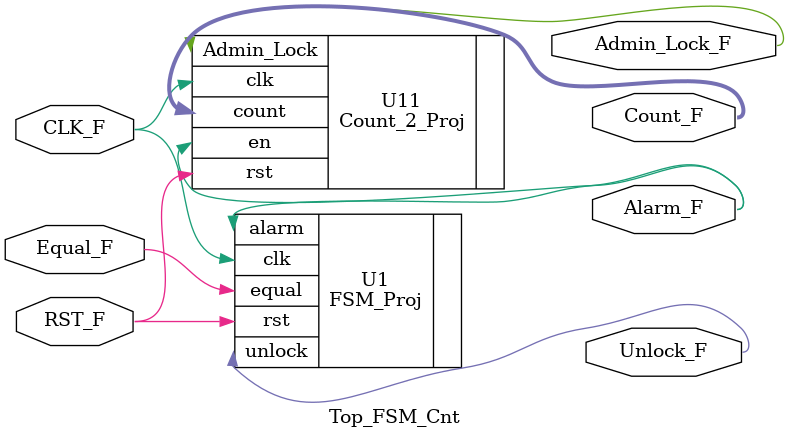
<source format=v>
module Top_FSM_Cnt(CLK_F,RST_F,Equal_F,Unlock_F,Admin_Lock_F,Alarm_F,Count_F);
input CLK_F,RST_F,Equal_F;
output Unlock_F,Admin_Lock_F,Alarm_F;
output [1:0]Count_F;
//wire En_F;

FSM_Proj U1(.clk(CLK_F),.rst(RST_F),.equal(Equal_F),.unlock(Unlock_F),.alarm(Alarm_F));
Count_2_Proj U11(.clk(CLK_F),.rst(RST_F),.en(Alarm_F),.count(Count_F),.Admin_Lock(Admin_Lock_F));


endmodule

</source>
